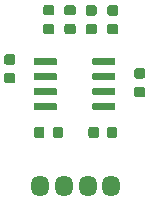
<source format=gbp>
G04 #@! TF.GenerationSoftware,KiCad,Pcbnew,(5.1.2)-1*
G04 #@! TF.CreationDate,2020-01-01T10:54:38+09:00*
G04 #@! TF.ProjectId,converter,636f6e76-6572-4746-9572-2e6b69636164,v1.0*
G04 #@! TF.SameCoordinates,Original*
G04 #@! TF.FileFunction,Paste,Bot*
G04 #@! TF.FilePolarity,Positive*
%FSLAX46Y46*%
G04 Gerber Fmt 4.6, Leading zero omitted, Abs format (unit mm)*
G04 Created by KiCad (PCBNEW (5.1.2)-1) date 2020-01-01 10:54:38*
%MOMM*%
%LPD*%
G04 APERTURE LIST*
%ADD10C,0.100000*%
%ADD11C,0.875000*%
%ADD12C,0.600000*%
%ADD13O,1.524000X1.800000*%
G04 APERTURE END LIST*
D10*
G36*
X102677691Y-138888053D02*
G01*
X102698926Y-138891203D01*
X102719750Y-138896419D01*
X102739962Y-138903651D01*
X102759368Y-138912830D01*
X102777781Y-138923866D01*
X102795024Y-138936654D01*
X102810930Y-138951070D01*
X102825346Y-138966976D01*
X102838134Y-138984219D01*
X102849170Y-139002632D01*
X102858349Y-139022038D01*
X102865581Y-139042250D01*
X102870797Y-139063074D01*
X102873947Y-139084309D01*
X102875000Y-139105750D01*
X102875000Y-139543250D01*
X102873947Y-139564691D01*
X102870797Y-139585926D01*
X102865581Y-139606750D01*
X102858349Y-139626962D01*
X102849170Y-139646368D01*
X102838134Y-139664781D01*
X102825346Y-139682024D01*
X102810930Y-139697930D01*
X102795024Y-139712346D01*
X102777781Y-139725134D01*
X102759368Y-139736170D01*
X102739962Y-139745349D01*
X102719750Y-139752581D01*
X102698926Y-139757797D01*
X102677691Y-139760947D01*
X102656250Y-139762000D01*
X102143750Y-139762000D01*
X102122309Y-139760947D01*
X102101074Y-139757797D01*
X102080250Y-139752581D01*
X102060038Y-139745349D01*
X102040632Y-139736170D01*
X102022219Y-139725134D01*
X102004976Y-139712346D01*
X101989070Y-139697930D01*
X101974654Y-139682024D01*
X101961866Y-139664781D01*
X101950830Y-139646368D01*
X101941651Y-139626962D01*
X101934419Y-139606750D01*
X101929203Y-139585926D01*
X101926053Y-139564691D01*
X101925000Y-139543250D01*
X101925000Y-139105750D01*
X101926053Y-139084309D01*
X101929203Y-139063074D01*
X101934419Y-139042250D01*
X101941651Y-139022038D01*
X101950830Y-139002632D01*
X101961866Y-138984219D01*
X101974654Y-138966976D01*
X101989070Y-138951070D01*
X102004976Y-138936654D01*
X102022219Y-138923866D01*
X102040632Y-138912830D01*
X102060038Y-138903651D01*
X102080250Y-138896419D01*
X102101074Y-138891203D01*
X102122309Y-138888053D01*
X102143750Y-138887000D01*
X102656250Y-138887000D01*
X102677691Y-138888053D01*
X102677691Y-138888053D01*
G37*
D11*
X102400000Y-139324500D03*
D10*
G36*
X102677691Y-140463053D02*
G01*
X102698926Y-140466203D01*
X102719750Y-140471419D01*
X102739962Y-140478651D01*
X102759368Y-140487830D01*
X102777781Y-140498866D01*
X102795024Y-140511654D01*
X102810930Y-140526070D01*
X102825346Y-140541976D01*
X102838134Y-140559219D01*
X102849170Y-140577632D01*
X102858349Y-140597038D01*
X102865581Y-140617250D01*
X102870797Y-140638074D01*
X102873947Y-140659309D01*
X102875000Y-140680750D01*
X102875000Y-141118250D01*
X102873947Y-141139691D01*
X102870797Y-141160926D01*
X102865581Y-141181750D01*
X102858349Y-141201962D01*
X102849170Y-141221368D01*
X102838134Y-141239781D01*
X102825346Y-141257024D01*
X102810930Y-141272930D01*
X102795024Y-141287346D01*
X102777781Y-141300134D01*
X102759368Y-141311170D01*
X102739962Y-141320349D01*
X102719750Y-141327581D01*
X102698926Y-141332797D01*
X102677691Y-141335947D01*
X102656250Y-141337000D01*
X102143750Y-141337000D01*
X102122309Y-141335947D01*
X102101074Y-141332797D01*
X102080250Y-141327581D01*
X102060038Y-141320349D01*
X102040632Y-141311170D01*
X102022219Y-141300134D01*
X102004976Y-141287346D01*
X101989070Y-141272930D01*
X101974654Y-141257024D01*
X101961866Y-141239781D01*
X101950830Y-141221368D01*
X101941651Y-141201962D01*
X101934419Y-141181750D01*
X101929203Y-141160926D01*
X101926053Y-141139691D01*
X101925000Y-141118250D01*
X101925000Y-140680750D01*
X101926053Y-140659309D01*
X101929203Y-140638074D01*
X101934419Y-140617250D01*
X101941651Y-140597038D01*
X101950830Y-140577632D01*
X101961866Y-140559219D01*
X101974654Y-140541976D01*
X101989070Y-140526070D01*
X102004976Y-140511654D01*
X102022219Y-140498866D01*
X102040632Y-140487830D01*
X102060038Y-140478651D01*
X102080250Y-140471419D01*
X102101074Y-140466203D01*
X102122309Y-140463053D01*
X102143750Y-140462000D01*
X102656250Y-140462000D01*
X102677691Y-140463053D01*
X102677691Y-140463053D01*
G37*
D11*
X102400000Y-140899500D03*
D10*
G36*
X113677691Y-141639053D02*
G01*
X113698926Y-141642203D01*
X113719750Y-141647419D01*
X113739962Y-141654651D01*
X113759368Y-141663830D01*
X113777781Y-141674866D01*
X113795024Y-141687654D01*
X113810930Y-141702070D01*
X113825346Y-141717976D01*
X113838134Y-141735219D01*
X113849170Y-141753632D01*
X113858349Y-141773038D01*
X113865581Y-141793250D01*
X113870797Y-141814074D01*
X113873947Y-141835309D01*
X113875000Y-141856750D01*
X113875000Y-142294250D01*
X113873947Y-142315691D01*
X113870797Y-142336926D01*
X113865581Y-142357750D01*
X113858349Y-142377962D01*
X113849170Y-142397368D01*
X113838134Y-142415781D01*
X113825346Y-142433024D01*
X113810930Y-142448930D01*
X113795024Y-142463346D01*
X113777781Y-142476134D01*
X113759368Y-142487170D01*
X113739962Y-142496349D01*
X113719750Y-142503581D01*
X113698926Y-142508797D01*
X113677691Y-142511947D01*
X113656250Y-142513000D01*
X113143750Y-142513000D01*
X113122309Y-142511947D01*
X113101074Y-142508797D01*
X113080250Y-142503581D01*
X113060038Y-142496349D01*
X113040632Y-142487170D01*
X113022219Y-142476134D01*
X113004976Y-142463346D01*
X112989070Y-142448930D01*
X112974654Y-142433024D01*
X112961866Y-142415781D01*
X112950830Y-142397368D01*
X112941651Y-142377962D01*
X112934419Y-142357750D01*
X112929203Y-142336926D01*
X112926053Y-142315691D01*
X112925000Y-142294250D01*
X112925000Y-141856750D01*
X112926053Y-141835309D01*
X112929203Y-141814074D01*
X112934419Y-141793250D01*
X112941651Y-141773038D01*
X112950830Y-141753632D01*
X112961866Y-141735219D01*
X112974654Y-141717976D01*
X112989070Y-141702070D01*
X113004976Y-141687654D01*
X113022219Y-141674866D01*
X113040632Y-141663830D01*
X113060038Y-141654651D01*
X113080250Y-141647419D01*
X113101074Y-141642203D01*
X113122309Y-141639053D01*
X113143750Y-141638000D01*
X113656250Y-141638000D01*
X113677691Y-141639053D01*
X113677691Y-141639053D01*
G37*
D11*
X113400000Y-142075500D03*
D10*
G36*
X113677691Y-140064053D02*
G01*
X113698926Y-140067203D01*
X113719750Y-140072419D01*
X113739962Y-140079651D01*
X113759368Y-140088830D01*
X113777781Y-140099866D01*
X113795024Y-140112654D01*
X113810930Y-140127070D01*
X113825346Y-140142976D01*
X113838134Y-140160219D01*
X113849170Y-140178632D01*
X113858349Y-140198038D01*
X113865581Y-140218250D01*
X113870797Y-140239074D01*
X113873947Y-140260309D01*
X113875000Y-140281750D01*
X113875000Y-140719250D01*
X113873947Y-140740691D01*
X113870797Y-140761926D01*
X113865581Y-140782750D01*
X113858349Y-140802962D01*
X113849170Y-140822368D01*
X113838134Y-140840781D01*
X113825346Y-140858024D01*
X113810930Y-140873930D01*
X113795024Y-140888346D01*
X113777781Y-140901134D01*
X113759368Y-140912170D01*
X113739962Y-140921349D01*
X113719750Y-140928581D01*
X113698926Y-140933797D01*
X113677691Y-140936947D01*
X113656250Y-140938000D01*
X113143750Y-140938000D01*
X113122309Y-140936947D01*
X113101074Y-140933797D01*
X113080250Y-140928581D01*
X113060038Y-140921349D01*
X113040632Y-140912170D01*
X113022219Y-140901134D01*
X113004976Y-140888346D01*
X112989070Y-140873930D01*
X112974654Y-140858024D01*
X112961866Y-140840781D01*
X112950830Y-140822368D01*
X112941651Y-140802962D01*
X112934419Y-140782750D01*
X112929203Y-140761926D01*
X112926053Y-140740691D01*
X112925000Y-140719250D01*
X112925000Y-140281750D01*
X112926053Y-140260309D01*
X112929203Y-140239074D01*
X112934419Y-140218250D01*
X112941651Y-140198038D01*
X112950830Y-140178632D01*
X112961866Y-140160219D01*
X112974654Y-140142976D01*
X112989070Y-140127070D01*
X113004976Y-140112654D01*
X113022219Y-140099866D01*
X113040632Y-140088830D01*
X113060038Y-140079651D01*
X113080250Y-140072419D01*
X113101074Y-140067203D01*
X113122309Y-140064053D01*
X113143750Y-140063000D01*
X113656250Y-140063000D01*
X113677691Y-140064053D01*
X113677691Y-140064053D01*
G37*
D11*
X113400000Y-140500500D03*
D10*
G36*
X111315691Y-145026053D02*
G01*
X111336926Y-145029203D01*
X111357750Y-145034419D01*
X111377962Y-145041651D01*
X111397368Y-145050830D01*
X111415781Y-145061866D01*
X111433024Y-145074654D01*
X111448930Y-145089070D01*
X111463346Y-145104976D01*
X111476134Y-145122219D01*
X111487170Y-145140632D01*
X111496349Y-145160038D01*
X111503581Y-145180250D01*
X111508797Y-145201074D01*
X111511947Y-145222309D01*
X111513000Y-145243750D01*
X111513000Y-145756250D01*
X111511947Y-145777691D01*
X111508797Y-145798926D01*
X111503581Y-145819750D01*
X111496349Y-145839962D01*
X111487170Y-145859368D01*
X111476134Y-145877781D01*
X111463346Y-145895024D01*
X111448930Y-145910930D01*
X111433024Y-145925346D01*
X111415781Y-145938134D01*
X111397368Y-145949170D01*
X111377962Y-145958349D01*
X111357750Y-145965581D01*
X111336926Y-145970797D01*
X111315691Y-145973947D01*
X111294250Y-145975000D01*
X110856750Y-145975000D01*
X110835309Y-145973947D01*
X110814074Y-145970797D01*
X110793250Y-145965581D01*
X110773038Y-145958349D01*
X110753632Y-145949170D01*
X110735219Y-145938134D01*
X110717976Y-145925346D01*
X110702070Y-145910930D01*
X110687654Y-145895024D01*
X110674866Y-145877781D01*
X110663830Y-145859368D01*
X110654651Y-145839962D01*
X110647419Y-145819750D01*
X110642203Y-145798926D01*
X110639053Y-145777691D01*
X110638000Y-145756250D01*
X110638000Y-145243750D01*
X110639053Y-145222309D01*
X110642203Y-145201074D01*
X110647419Y-145180250D01*
X110654651Y-145160038D01*
X110663830Y-145140632D01*
X110674866Y-145122219D01*
X110687654Y-145104976D01*
X110702070Y-145089070D01*
X110717976Y-145074654D01*
X110735219Y-145061866D01*
X110753632Y-145050830D01*
X110773038Y-145041651D01*
X110793250Y-145034419D01*
X110814074Y-145029203D01*
X110835309Y-145026053D01*
X110856750Y-145025000D01*
X111294250Y-145025000D01*
X111315691Y-145026053D01*
X111315691Y-145026053D01*
G37*
D11*
X111075500Y-145500000D03*
D10*
G36*
X109740691Y-145026053D02*
G01*
X109761926Y-145029203D01*
X109782750Y-145034419D01*
X109802962Y-145041651D01*
X109822368Y-145050830D01*
X109840781Y-145061866D01*
X109858024Y-145074654D01*
X109873930Y-145089070D01*
X109888346Y-145104976D01*
X109901134Y-145122219D01*
X109912170Y-145140632D01*
X109921349Y-145160038D01*
X109928581Y-145180250D01*
X109933797Y-145201074D01*
X109936947Y-145222309D01*
X109938000Y-145243750D01*
X109938000Y-145756250D01*
X109936947Y-145777691D01*
X109933797Y-145798926D01*
X109928581Y-145819750D01*
X109921349Y-145839962D01*
X109912170Y-145859368D01*
X109901134Y-145877781D01*
X109888346Y-145895024D01*
X109873930Y-145910930D01*
X109858024Y-145925346D01*
X109840781Y-145938134D01*
X109822368Y-145949170D01*
X109802962Y-145958349D01*
X109782750Y-145965581D01*
X109761926Y-145970797D01*
X109740691Y-145973947D01*
X109719250Y-145975000D01*
X109281750Y-145975000D01*
X109260309Y-145973947D01*
X109239074Y-145970797D01*
X109218250Y-145965581D01*
X109198038Y-145958349D01*
X109178632Y-145949170D01*
X109160219Y-145938134D01*
X109142976Y-145925346D01*
X109127070Y-145910930D01*
X109112654Y-145895024D01*
X109099866Y-145877781D01*
X109088830Y-145859368D01*
X109079651Y-145839962D01*
X109072419Y-145819750D01*
X109067203Y-145798926D01*
X109064053Y-145777691D01*
X109063000Y-145756250D01*
X109063000Y-145243750D01*
X109064053Y-145222309D01*
X109067203Y-145201074D01*
X109072419Y-145180250D01*
X109079651Y-145160038D01*
X109088830Y-145140632D01*
X109099866Y-145122219D01*
X109112654Y-145104976D01*
X109127070Y-145089070D01*
X109142976Y-145074654D01*
X109160219Y-145061866D01*
X109178632Y-145050830D01*
X109198038Y-145041651D01*
X109218250Y-145034419D01*
X109239074Y-145029203D01*
X109260309Y-145026053D01*
X109281750Y-145025000D01*
X109719250Y-145025000D01*
X109740691Y-145026053D01*
X109740691Y-145026053D01*
G37*
D11*
X109500500Y-145500000D03*
D10*
G36*
X105140691Y-145026053D02*
G01*
X105161926Y-145029203D01*
X105182750Y-145034419D01*
X105202962Y-145041651D01*
X105222368Y-145050830D01*
X105240781Y-145061866D01*
X105258024Y-145074654D01*
X105273930Y-145089070D01*
X105288346Y-145104976D01*
X105301134Y-145122219D01*
X105312170Y-145140632D01*
X105321349Y-145160038D01*
X105328581Y-145180250D01*
X105333797Y-145201074D01*
X105336947Y-145222309D01*
X105338000Y-145243750D01*
X105338000Y-145756250D01*
X105336947Y-145777691D01*
X105333797Y-145798926D01*
X105328581Y-145819750D01*
X105321349Y-145839962D01*
X105312170Y-145859368D01*
X105301134Y-145877781D01*
X105288346Y-145895024D01*
X105273930Y-145910930D01*
X105258024Y-145925346D01*
X105240781Y-145938134D01*
X105222368Y-145949170D01*
X105202962Y-145958349D01*
X105182750Y-145965581D01*
X105161926Y-145970797D01*
X105140691Y-145973947D01*
X105119250Y-145975000D01*
X104681750Y-145975000D01*
X104660309Y-145973947D01*
X104639074Y-145970797D01*
X104618250Y-145965581D01*
X104598038Y-145958349D01*
X104578632Y-145949170D01*
X104560219Y-145938134D01*
X104542976Y-145925346D01*
X104527070Y-145910930D01*
X104512654Y-145895024D01*
X104499866Y-145877781D01*
X104488830Y-145859368D01*
X104479651Y-145839962D01*
X104472419Y-145819750D01*
X104467203Y-145798926D01*
X104464053Y-145777691D01*
X104463000Y-145756250D01*
X104463000Y-145243750D01*
X104464053Y-145222309D01*
X104467203Y-145201074D01*
X104472419Y-145180250D01*
X104479651Y-145160038D01*
X104488830Y-145140632D01*
X104499866Y-145122219D01*
X104512654Y-145104976D01*
X104527070Y-145089070D01*
X104542976Y-145074654D01*
X104560219Y-145061866D01*
X104578632Y-145050830D01*
X104598038Y-145041651D01*
X104618250Y-145034419D01*
X104639074Y-145029203D01*
X104660309Y-145026053D01*
X104681750Y-145025000D01*
X105119250Y-145025000D01*
X105140691Y-145026053D01*
X105140691Y-145026053D01*
G37*
D11*
X104900500Y-145500000D03*
D10*
G36*
X106715691Y-145026053D02*
G01*
X106736926Y-145029203D01*
X106757750Y-145034419D01*
X106777962Y-145041651D01*
X106797368Y-145050830D01*
X106815781Y-145061866D01*
X106833024Y-145074654D01*
X106848930Y-145089070D01*
X106863346Y-145104976D01*
X106876134Y-145122219D01*
X106887170Y-145140632D01*
X106896349Y-145160038D01*
X106903581Y-145180250D01*
X106908797Y-145201074D01*
X106911947Y-145222309D01*
X106913000Y-145243750D01*
X106913000Y-145756250D01*
X106911947Y-145777691D01*
X106908797Y-145798926D01*
X106903581Y-145819750D01*
X106896349Y-145839962D01*
X106887170Y-145859368D01*
X106876134Y-145877781D01*
X106863346Y-145895024D01*
X106848930Y-145910930D01*
X106833024Y-145925346D01*
X106815781Y-145938134D01*
X106797368Y-145949170D01*
X106777962Y-145958349D01*
X106757750Y-145965581D01*
X106736926Y-145970797D01*
X106715691Y-145973947D01*
X106694250Y-145975000D01*
X106256750Y-145975000D01*
X106235309Y-145973947D01*
X106214074Y-145970797D01*
X106193250Y-145965581D01*
X106173038Y-145958349D01*
X106153632Y-145949170D01*
X106135219Y-145938134D01*
X106117976Y-145925346D01*
X106102070Y-145910930D01*
X106087654Y-145895024D01*
X106074866Y-145877781D01*
X106063830Y-145859368D01*
X106054651Y-145839962D01*
X106047419Y-145819750D01*
X106042203Y-145798926D01*
X106039053Y-145777691D01*
X106038000Y-145756250D01*
X106038000Y-145243750D01*
X106039053Y-145222309D01*
X106042203Y-145201074D01*
X106047419Y-145180250D01*
X106054651Y-145160038D01*
X106063830Y-145140632D01*
X106074866Y-145122219D01*
X106087654Y-145104976D01*
X106102070Y-145089070D01*
X106117976Y-145074654D01*
X106135219Y-145061866D01*
X106153632Y-145050830D01*
X106173038Y-145041651D01*
X106193250Y-145034419D01*
X106214074Y-145029203D01*
X106235309Y-145026053D01*
X106256750Y-145025000D01*
X106694250Y-145025000D01*
X106715691Y-145026053D01*
X106715691Y-145026053D01*
G37*
D11*
X106475500Y-145500000D03*
D10*
G36*
X109577691Y-134738053D02*
G01*
X109598926Y-134741203D01*
X109619750Y-134746419D01*
X109639962Y-134753651D01*
X109659368Y-134762830D01*
X109677781Y-134773866D01*
X109695024Y-134786654D01*
X109710930Y-134801070D01*
X109725346Y-134816976D01*
X109738134Y-134834219D01*
X109749170Y-134852632D01*
X109758349Y-134872038D01*
X109765581Y-134892250D01*
X109770797Y-134913074D01*
X109773947Y-134934309D01*
X109775000Y-134955750D01*
X109775000Y-135393250D01*
X109773947Y-135414691D01*
X109770797Y-135435926D01*
X109765581Y-135456750D01*
X109758349Y-135476962D01*
X109749170Y-135496368D01*
X109738134Y-135514781D01*
X109725346Y-135532024D01*
X109710930Y-135547930D01*
X109695024Y-135562346D01*
X109677781Y-135575134D01*
X109659368Y-135586170D01*
X109639962Y-135595349D01*
X109619750Y-135602581D01*
X109598926Y-135607797D01*
X109577691Y-135610947D01*
X109556250Y-135612000D01*
X109043750Y-135612000D01*
X109022309Y-135610947D01*
X109001074Y-135607797D01*
X108980250Y-135602581D01*
X108960038Y-135595349D01*
X108940632Y-135586170D01*
X108922219Y-135575134D01*
X108904976Y-135562346D01*
X108889070Y-135547930D01*
X108874654Y-135532024D01*
X108861866Y-135514781D01*
X108850830Y-135496368D01*
X108841651Y-135476962D01*
X108834419Y-135456750D01*
X108829203Y-135435926D01*
X108826053Y-135414691D01*
X108825000Y-135393250D01*
X108825000Y-134955750D01*
X108826053Y-134934309D01*
X108829203Y-134913074D01*
X108834419Y-134892250D01*
X108841651Y-134872038D01*
X108850830Y-134852632D01*
X108861866Y-134834219D01*
X108874654Y-134816976D01*
X108889070Y-134801070D01*
X108904976Y-134786654D01*
X108922219Y-134773866D01*
X108940632Y-134762830D01*
X108960038Y-134753651D01*
X108980250Y-134746419D01*
X109001074Y-134741203D01*
X109022309Y-134738053D01*
X109043750Y-134737000D01*
X109556250Y-134737000D01*
X109577691Y-134738053D01*
X109577691Y-134738053D01*
G37*
D11*
X109300000Y-135174500D03*
D10*
G36*
X109577691Y-136313053D02*
G01*
X109598926Y-136316203D01*
X109619750Y-136321419D01*
X109639962Y-136328651D01*
X109659368Y-136337830D01*
X109677781Y-136348866D01*
X109695024Y-136361654D01*
X109710930Y-136376070D01*
X109725346Y-136391976D01*
X109738134Y-136409219D01*
X109749170Y-136427632D01*
X109758349Y-136447038D01*
X109765581Y-136467250D01*
X109770797Y-136488074D01*
X109773947Y-136509309D01*
X109775000Y-136530750D01*
X109775000Y-136968250D01*
X109773947Y-136989691D01*
X109770797Y-137010926D01*
X109765581Y-137031750D01*
X109758349Y-137051962D01*
X109749170Y-137071368D01*
X109738134Y-137089781D01*
X109725346Y-137107024D01*
X109710930Y-137122930D01*
X109695024Y-137137346D01*
X109677781Y-137150134D01*
X109659368Y-137161170D01*
X109639962Y-137170349D01*
X109619750Y-137177581D01*
X109598926Y-137182797D01*
X109577691Y-137185947D01*
X109556250Y-137187000D01*
X109043750Y-137187000D01*
X109022309Y-137185947D01*
X109001074Y-137182797D01*
X108980250Y-137177581D01*
X108960038Y-137170349D01*
X108940632Y-137161170D01*
X108922219Y-137150134D01*
X108904976Y-137137346D01*
X108889070Y-137122930D01*
X108874654Y-137107024D01*
X108861866Y-137089781D01*
X108850830Y-137071368D01*
X108841651Y-137051962D01*
X108834419Y-137031750D01*
X108829203Y-137010926D01*
X108826053Y-136989691D01*
X108825000Y-136968250D01*
X108825000Y-136530750D01*
X108826053Y-136509309D01*
X108829203Y-136488074D01*
X108834419Y-136467250D01*
X108841651Y-136447038D01*
X108850830Y-136427632D01*
X108861866Y-136409219D01*
X108874654Y-136391976D01*
X108889070Y-136376070D01*
X108904976Y-136361654D01*
X108922219Y-136348866D01*
X108940632Y-136337830D01*
X108960038Y-136328651D01*
X108980250Y-136321419D01*
X109001074Y-136316203D01*
X109022309Y-136313053D01*
X109043750Y-136312000D01*
X109556250Y-136312000D01*
X109577691Y-136313053D01*
X109577691Y-136313053D01*
G37*
D11*
X109300000Y-136749500D03*
D10*
G36*
X105977691Y-136301053D02*
G01*
X105998926Y-136304203D01*
X106019750Y-136309419D01*
X106039962Y-136316651D01*
X106059368Y-136325830D01*
X106077781Y-136336866D01*
X106095024Y-136349654D01*
X106110930Y-136364070D01*
X106125346Y-136379976D01*
X106138134Y-136397219D01*
X106149170Y-136415632D01*
X106158349Y-136435038D01*
X106165581Y-136455250D01*
X106170797Y-136476074D01*
X106173947Y-136497309D01*
X106175000Y-136518750D01*
X106175000Y-136956250D01*
X106173947Y-136977691D01*
X106170797Y-136998926D01*
X106165581Y-137019750D01*
X106158349Y-137039962D01*
X106149170Y-137059368D01*
X106138134Y-137077781D01*
X106125346Y-137095024D01*
X106110930Y-137110930D01*
X106095024Y-137125346D01*
X106077781Y-137138134D01*
X106059368Y-137149170D01*
X106039962Y-137158349D01*
X106019750Y-137165581D01*
X105998926Y-137170797D01*
X105977691Y-137173947D01*
X105956250Y-137175000D01*
X105443750Y-137175000D01*
X105422309Y-137173947D01*
X105401074Y-137170797D01*
X105380250Y-137165581D01*
X105360038Y-137158349D01*
X105340632Y-137149170D01*
X105322219Y-137138134D01*
X105304976Y-137125346D01*
X105289070Y-137110930D01*
X105274654Y-137095024D01*
X105261866Y-137077781D01*
X105250830Y-137059368D01*
X105241651Y-137039962D01*
X105234419Y-137019750D01*
X105229203Y-136998926D01*
X105226053Y-136977691D01*
X105225000Y-136956250D01*
X105225000Y-136518750D01*
X105226053Y-136497309D01*
X105229203Y-136476074D01*
X105234419Y-136455250D01*
X105241651Y-136435038D01*
X105250830Y-136415632D01*
X105261866Y-136397219D01*
X105274654Y-136379976D01*
X105289070Y-136364070D01*
X105304976Y-136349654D01*
X105322219Y-136336866D01*
X105340632Y-136325830D01*
X105360038Y-136316651D01*
X105380250Y-136309419D01*
X105401074Y-136304203D01*
X105422309Y-136301053D01*
X105443750Y-136300000D01*
X105956250Y-136300000D01*
X105977691Y-136301053D01*
X105977691Y-136301053D01*
G37*
D11*
X105700000Y-136737500D03*
D10*
G36*
X105977691Y-134726053D02*
G01*
X105998926Y-134729203D01*
X106019750Y-134734419D01*
X106039962Y-134741651D01*
X106059368Y-134750830D01*
X106077781Y-134761866D01*
X106095024Y-134774654D01*
X106110930Y-134789070D01*
X106125346Y-134804976D01*
X106138134Y-134822219D01*
X106149170Y-134840632D01*
X106158349Y-134860038D01*
X106165581Y-134880250D01*
X106170797Y-134901074D01*
X106173947Y-134922309D01*
X106175000Y-134943750D01*
X106175000Y-135381250D01*
X106173947Y-135402691D01*
X106170797Y-135423926D01*
X106165581Y-135444750D01*
X106158349Y-135464962D01*
X106149170Y-135484368D01*
X106138134Y-135502781D01*
X106125346Y-135520024D01*
X106110930Y-135535930D01*
X106095024Y-135550346D01*
X106077781Y-135563134D01*
X106059368Y-135574170D01*
X106039962Y-135583349D01*
X106019750Y-135590581D01*
X105998926Y-135595797D01*
X105977691Y-135598947D01*
X105956250Y-135600000D01*
X105443750Y-135600000D01*
X105422309Y-135598947D01*
X105401074Y-135595797D01*
X105380250Y-135590581D01*
X105360038Y-135583349D01*
X105340632Y-135574170D01*
X105322219Y-135563134D01*
X105304976Y-135550346D01*
X105289070Y-135535930D01*
X105274654Y-135520024D01*
X105261866Y-135502781D01*
X105250830Y-135484368D01*
X105241651Y-135464962D01*
X105234419Y-135444750D01*
X105229203Y-135423926D01*
X105226053Y-135402691D01*
X105225000Y-135381250D01*
X105225000Y-134943750D01*
X105226053Y-134922309D01*
X105229203Y-134901074D01*
X105234419Y-134880250D01*
X105241651Y-134860038D01*
X105250830Y-134840632D01*
X105261866Y-134822219D01*
X105274654Y-134804976D01*
X105289070Y-134789070D01*
X105304976Y-134774654D01*
X105322219Y-134761866D01*
X105340632Y-134750830D01*
X105360038Y-134741651D01*
X105380250Y-134734419D01*
X105401074Y-134729203D01*
X105422309Y-134726053D01*
X105443750Y-134725000D01*
X105956250Y-134725000D01*
X105977691Y-134726053D01*
X105977691Y-134726053D01*
G37*
D11*
X105700000Y-135162500D03*
D10*
G36*
X107777691Y-134726053D02*
G01*
X107798926Y-134729203D01*
X107819750Y-134734419D01*
X107839962Y-134741651D01*
X107859368Y-134750830D01*
X107877781Y-134761866D01*
X107895024Y-134774654D01*
X107910930Y-134789070D01*
X107925346Y-134804976D01*
X107938134Y-134822219D01*
X107949170Y-134840632D01*
X107958349Y-134860038D01*
X107965581Y-134880250D01*
X107970797Y-134901074D01*
X107973947Y-134922309D01*
X107975000Y-134943750D01*
X107975000Y-135381250D01*
X107973947Y-135402691D01*
X107970797Y-135423926D01*
X107965581Y-135444750D01*
X107958349Y-135464962D01*
X107949170Y-135484368D01*
X107938134Y-135502781D01*
X107925346Y-135520024D01*
X107910930Y-135535930D01*
X107895024Y-135550346D01*
X107877781Y-135563134D01*
X107859368Y-135574170D01*
X107839962Y-135583349D01*
X107819750Y-135590581D01*
X107798926Y-135595797D01*
X107777691Y-135598947D01*
X107756250Y-135600000D01*
X107243750Y-135600000D01*
X107222309Y-135598947D01*
X107201074Y-135595797D01*
X107180250Y-135590581D01*
X107160038Y-135583349D01*
X107140632Y-135574170D01*
X107122219Y-135563134D01*
X107104976Y-135550346D01*
X107089070Y-135535930D01*
X107074654Y-135520024D01*
X107061866Y-135502781D01*
X107050830Y-135484368D01*
X107041651Y-135464962D01*
X107034419Y-135444750D01*
X107029203Y-135423926D01*
X107026053Y-135402691D01*
X107025000Y-135381250D01*
X107025000Y-134943750D01*
X107026053Y-134922309D01*
X107029203Y-134901074D01*
X107034419Y-134880250D01*
X107041651Y-134860038D01*
X107050830Y-134840632D01*
X107061866Y-134822219D01*
X107074654Y-134804976D01*
X107089070Y-134789070D01*
X107104976Y-134774654D01*
X107122219Y-134761866D01*
X107140632Y-134750830D01*
X107160038Y-134741651D01*
X107180250Y-134734419D01*
X107201074Y-134729203D01*
X107222309Y-134726053D01*
X107243750Y-134725000D01*
X107756250Y-134725000D01*
X107777691Y-134726053D01*
X107777691Y-134726053D01*
G37*
D11*
X107500000Y-135162500D03*
D10*
G36*
X107777691Y-136301053D02*
G01*
X107798926Y-136304203D01*
X107819750Y-136309419D01*
X107839962Y-136316651D01*
X107859368Y-136325830D01*
X107877781Y-136336866D01*
X107895024Y-136349654D01*
X107910930Y-136364070D01*
X107925346Y-136379976D01*
X107938134Y-136397219D01*
X107949170Y-136415632D01*
X107958349Y-136435038D01*
X107965581Y-136455250D01*
X107970797Y-136476074D01*
X107973947Y-136497309D01*
X107975000Y-136518750D01*
X107975000Y-136956250D01*
X107973947Y-136977691D01*
X107970797Y-136998926D01*
X107965581Y-137019750D01*
X107958349Y-137039962D01*
X107949170Y-137059368D01*
X107938134Y-137077781D01*
X107925346Y-137095024D01*
X107910930Y-137110930D01*
X107895024Y-137125346D01*
X107877781Y-137138134D01*
X107859368Y-137149170D01*
X107839962Y-137158349D01*
X107819750Y-137165581D01*
X107798926Y-137170797D01*
X107777691Y-137173947D01*
X107756250Y-137175000D01*
X107243750Y-137175000D01*
X107222309Y-137173947D01*
X107201074Y-137170797D01*
X107180250Y-137165581D01*
X107160038Y-137158349D01*
X107140632Y-137149170D01*
X107122219Y-137138134D01*
X107104976Y-137125346D01*
X107089070Y-137110930D01*
X107074654Y-137095024D01*
X107061866Y-137077781D01*
X107050830Y-137059368D01*
X107041651Y-137039962D01*
X107034419Y-137019750D01*
X107029203Y-136998926D01*
X107026053Y-136977691D01*
X107025000Y-136956250D01*
X107025000Y-136518750D01*
X107026053Y-136497309D01*
X107029203Y-136476074D01*
X107034419Y-136455250D01*
X107041651Y-136435038D01*
X107050830Y-136415632D01*
X107061866Y-136397219D01*
X107074654Y-136379976D01*
X107089070Y-136364070D01*
X107104976Y-136349654D01*
X107122219Y-136336866D01*
X107140632Y-136325830D01*
X107160038Y-136316651D01*
X107180250Y-136309419D01*
X107201074Y-136304203D01*
X107222309Y-136301053D01*
X107243750Y-136300000D01*
X107756250Y-136300000D01*
X107777691Y-136301053D01*
X107777691Y-136301053D01*
G37*
D11*
X107500000Y-136737500D03*
D10*
G36*
X106264703Y-143005722D02*
G01*
X106279264Y-143007882D01*
X106293543Y-143011459D01*
X106307403Y-143016418D01*
X106320710Y-143022712D01*
X106333336Y-143030280D01*
X106345159Y-143039048D01*
X106356066Y-143048934D01*
X106365952Y-143059841D01*
X106374720Y-143071664D01*
X106382288Y-143084290D01*
X106388582Y-143097597D01*
X106393541Y-143111457D01*
X106397118Y-143125736D01*
X106399278Y-143140297D01*
X106400000Y-143155000D01*
X106400000Y-143455000D01*
X106399278Y-143469703D01*
X106397118Y-143484264D01*
X106393541Y-143498543D01*
X106388582Y-143512403D01*
X106382288Y-143525710D01*
X106374720Y-143538336D01*
X106365952Y-143550159D01*
X106356066Y-143561066D01*
X106345159Y-143570952D01*
X106333336Y-143579720D01*
X106320710Y-143587288D01*
X106307403Y-143593582D01*
X106293543Y-143598541D01*
X106279264Y-143602118D01*
X106264703Y-143604278D01*
X106250000Y-143605000D01*
X104600000Y-143605000D01*
X104585297Y-143604278D01*
X104570736Y-143602118D01*
X104556457Y-143598541D01*
X104542597Y-143593582D01*
X104529290Y-143587288D01*
X104516664Y-143579720D01*
X104504841Y-143570952D01*
X104493934Y-143561066D01*
X104484048Y-143550159D01*
X104475280Y-143538336D01*
X104467712Y-143525710D01*
X104461418Y-143512403D01*
X104456459Y-143498543D01*
X104452882Y-143484264D01*
X104450722Y-143469703D01*
X104450000Y-143455000D01*
X104450000Y-143155000D01*
X104450722Y-143140297D01*
X104452882Y-143125736D01*
X104456459Y-143111457D01*
X104461418Y-143097597D01*
X104467712Y-143084290D01*
X104475280Y-143071664D01*
X104484048Y-143059841D01*
X104493934Y-143048934D01*
X104504841Y-143039048D01*
X104516664Y-143030280D01*
X104529290Y-143022712D01*
X104542597Y-143016418D01*
X104556457Y-143011459D01*
X104570736Y-143007882D01*
X104585297Y-143005722D01*
X104600000Y-143005000D01*
X106250000Y-143005000D01*
X106264703Y-143005722D01*
X106264703Y-143005722D01*
G37*
D12*
X105425000Y-143305000D03*
D10*
G36*
X106264703Y-141735722D02*
G01*
X106279264Y-141737882D01*
X106293543Y-141741459D01*
X106307403Y-141746418D01*
X106320710Y-141752712D01*
X106333336Y-141760280D01*
X106345159Y-141769048D01*
X106356066Y-141778934D01*
X106365952Y-141789841D01*
X106374720Y-141801664D01*
X106382288Y-141814290D01*
X106388582Y-141827597D01*
X106393541Y-141841457D01*
X106397118Y-141855736D01*
X106399278Y-141870297D01*
X106400000Y-141885000D01*
X106400000Y-142185000D01*
X106399278Y-142199703D01*
X106397118Y-142214264D01*
X106393541Y-142228543D01*
X106388582Y-142242403D01*
X106382288Y-142255710D01*
X106374720Y-142268336D01*
X106365952Y-142280159D01*
X106356066Y-142291066D01*
X106345159Y-142300952D01*
X106333336Y-142309720D01*
X106320710Y-142317288D01*
X106307403Y-142323582D01*
X106293543Y-142328541D01*
X106279264Y-142332118D01*
X106264703Y-142334278D01*
X106250000Y-142335000D01*
X104600000Y-142335000D01*
X104585297Y-142334278D01*
X104570736Y-142332118D01*
X104556457Y-142328541D01*
X104542597Y-142323582D01*
X104529290Y-142317288D01*
X104516664Y-142309720D01*
X104504841Y-142300952D01*
X104493934Y-142291066D01*
X104484048Y-142280159D01*
X104475280Y-142268336D01*
X104467712Y-142255710D01*
X104461418Y-142242403D01*
X104456459Y-142228543D01*
X104452882Y-142214264D01*
X104450722Y-142199703D01*
X104450000Y-142185000D01*
X104450000Y-141885000D01*
X104450722Y-141870297D01*
X104452882Y-141855736D01*
X104456459Y-141841457D01*
X104461418Y-141827597D01*
X104467712Y-141814290D01*
X104475280Y-141801664D01*
X104484048Y-141789841D01*
X104493934Y-141778934D01*
X104504841Y-141769048D01*
X104516664Y-141760280D01*
X104529290Y-141752712D01*
X104542597Y-141746418D01*
X104556457Y-141741459D01*
X104570736Y-141737882D01*
X104585297Y-141735722D01*
X104600000Y-141735000D01*
X106250000Y-141735000D01*
X106264703Y-141735722D01*
X106264703Y-141735722D01*
G37*
D12*
X105425000Y-142035000D03*
D10*
G36*
X106264703Y-140465722D02*
G01*
X106279264Y-140467882D01*
X106293543Y-140471459D01*
X106307403Y-140476418D01*
X106320710Y-140482712D01*
X106333336Y-140490280D01*
X106345159Y-140499048D01*
X106356066Y-140508934D01*
X106365952Y-140519841D01*
X106374720Y-140531664D01*
X106382288Y-140544290D01*
X106388582Y-140557597D01*
X106393541Y-140571457D01*
X106397118Y-140585736D01*
X106399278Y-140600297D01*
X106400000Y-140615000D01*
X106400000Y-140915000D01*
X106399278Y-140929703D01*
X106397118Y-140944264D01*
X106393541Y-140958543D01*
X106388582Y-140972403D01*
X106382288Y-140985710D01*
X106374720Y-140998336D01*
X106365952Y-141010159D01*
X106356066Y-141021066D01*
X106345159Y-141030952D01*
X106333336Y-141039720D01*
X106320710Y-141047288D01*
X106307403Y-141053582D01*
X106293543Y-141058541D01*
X106279264Y-141062118D01*
X106264703Y-141064278D01*
X106250000Y-141065000D01*
X104600000Y-141065000D01*
X104585297Y-141064278D01*
X104570736Y-141062118D01*
X104556457Y-141058541D01*
X104542597Y-141053582D01*
X104529290Y-141047288D01*
X104516664Y-141039720D01*
X104504841Y-141030952D01*
X104493934Y-141021066D01*
X104484048Y-141010159D01*
X104475280Y-140998336D01*
X104467712Y-140985710D01*
X104461418Y-140972403D01*
X104456459Y-140958543D01*
X104452882Y-140944264D01*
X104450722Y-140929703D01*
X104450000Y-140915000D01*
X104450000Y-140615000D01*
X104450722Y-140600297D01*
X104452882Y-140585736D01*
X104456459Y-140571457D01*
X104461418Y-140557597D01*
X104467712Y-140544290D01*
X104475280Y-140531664D01*
X104484048Y-140519841D01*
X104493934Y-140508934D01*
X104504841Y-140499048D01*
X104516664Y-140490280D01*
X104529290Y-140482712D01*
X104542597Y-140476418D01*
X104556457Y-140471459D01*
X104570736Y-140467882D01*
X104585297Y-140465722D01*
X104600000Y-140465000D01*
X106250000Y-140465000D01*
X106264703Y-140465722D01*
X106264703Y-140465722D01*
G37*
D12*
X105425000Y-140765000D03*
D10*
G36*
X106264703Y-139195722D02*
G01*
X106279264Y-139197882D01*
X106293543Y-139201459D01*
X106307403Y-139206418D01*
X106320710Y-139212712D01*
X106333336Y-139220280D01*
X106345159Y-139229048D01*
X106356066Y-139238934D01*
X106365952Y-139249841D01*
X106374720Y-139261664D01*
X106382288Y-139274290D01*
X106388582Y-139287597D01*
X106393541Y-139301457D01*
X106397118Y-139315736D01*
X106399278Y-139330297D01*
X106400000Y-139345000D01*
X106400000Y-139645000D01*
X106399278Y-139659703D01*
X106397118Y-139674264D01*
X106393541Y-139688543D01*
X106388582Y-139702403D01*
X106382288Y-139715710D01*
X106374720Y-139728336D01*
X106365952Y-139740159D01*
X106356066Y-139751066D01*
X106345159Y-139760952D01*
X106333336Y-139769720D01*
X106320710Y-139777288D01*
X106307403Y-139783582D01*
X106293543Y-139788541D01*
X106279264Y-139792118D01*
X106264703Y-139794278D01*
X106250000Y-139795000D01*
X104600000Y-139795000D01*
X104585297Y-139794278D01*
X104570736Y-139792118D01*
X104556457Y-139788541D01*
X104542597Y-139783582D01*
X104529290Y-139777288D01*
X104516664Y-139769720D01*
X104504841Y-139760952D01*
X104493934Y-139751066D01*
X104484048Y-139740159D01*
X104475280Y-139728336D01*
X104467712Y-139715710D01*
X104461418Y-139702403D01*
X104456459Y-139688543D01*
X104452882Y-139674264D01*
X104450722Y-139659703D01*
X104450000Y-139645000D01*
X104450000Y-139345000D01*
X104450722Y-139330297D01*
X104452882Y-139315736D01*
X104456459Y-139301457D01*
X104461418Y-139287597D01*
X104467712Y-139274290D01*
X104475280Y-139261664D01*
X104484048Y-139249841D01*
X104493934Y-139238934D01*
X104504841Y-139229048D01*
X104516664Y-139220280D01*
X104529290Y-139212712D01*
X104542597Y-139206418D01*
X104556457Y-139201459D01*
X104570736Y-139197882D01*
X104585297Y-139195722D01*
X104600000Y-139195000D01*
X106250000Y-139195000D01*
X106264703Y-139195722D01*
X106264703Y-139195722D01*
G37*
D12*
X105425000Y-139495000D03*
D10*
G36*
X111214703Y-139195722D02*
G01*
X111229264Y-139197882D01*
X111243543Y-139201459D01*
X111257403Y-139206418D01*
X111270710Y-139212712D01*
X111283336Y-139220280D01*
X111295159Y-139229048D01*
X111306066Y-139238934D01*
X111315952Y-139249841D01*
X111324720Y-139261664D01*
X111332288Y-139274290D01*
X111338582Y-139287597D01*
X111343541Y-139301457D01*
X111347118Y-139315736D01*
X111349278Y-139330297D01*
X111350000Y-139345000D01*
X111350000Y-139645000D01*
X111349278Y-139659703D01*
X111347118Y-139674264D01*
X111343541Y-139688543D01*
X111338582Y-139702403D01*
X111332288Y-139715710D01*
X111324720Y-139728336D01*
X111315952Y-139740159D01*
X111306066Y-139751066D01*
X111295159Y-139760952D01*
X111283336Y-139769720D01*
X111270710Y-139777288D01*
X111257403Y-139783582D01*
X111243543Y-139788541D01*
X111229264Y-139792118D01*
X111214703Y-139794278D01*
X111200000Y-139795000D01*
X109550000Y-139795000D01*
X109535297Y-139794278D01*
X109520736Y-139792118D01*
X109506457Y-139788541D01*
X109492597Y-139783582D01*
X109479290Y-139777288D01*
X109466664Y-139769720D01*
X109454841Y-139760952D01*
X109443934Y-139751066D01*
X109434048Y-139740159D01*
X109425280Y-139728336D01*
X109417712Y-139715710D01*
X109411418Y-139702403D01*
X109406459Y-139688543D01*
X109402882Y-139674264D01*
X109400722Y-139659703D01*
X109400000Y-139645000D01*
X109400000Y-139345000D01*
X109400722Y-139330297D01*
X109402882Y-139315736D01*
X109406459Y-139301457D01*
X109411418Y-139287597D01*
X109417712Y-139274290D01*
X109425280Y-139261664D01*
X109434048Y-139249841D01*
X109443934Y-139238934D01*
X109454841Y-139229048D01*
X109466664Y-139220280D01*
X109479290Y-139212712D01*
X109492597Y-139206418D01*
X109506457Y-139201459D01*
X109520736Y-139197882D01*
X109535297Y-139195722D01*
X109550000Y-139195000D01*
X111200000Y-139195000D01*
X111214703Y-139195722D01*
X111214703Y-139195722D01*
G37*
D12*
X110375000Y-139495000D03*
D10*
G36*
X111214703Y-140465722D02*
G01*
X111229264Y-140467882D01*
X111243543Y-140471459D01*
X111257403Y-140476418D01*
X111270710Y-140482712D01*
X111283336Y-140490280D01*
X111295159Y-140499048D01*
X111306066Y-140508934D01*
X111315952Y-140519841D01*
X111324720Y-140531664D01*
X111332288Y-140544290D01*
X111338582Y-140557597D01*
X111343541Y-140571457D01*
X111347118Y-140585736D01*
X111349278Y-140600297D01*
X111350000Y-140615000D01*
X111350000Y-140915000D01*
X111349278Y-140929703D01*
X111347118Y-140944264D01*
X111343541Y-140958543D01*
X111338582Y-140972403D01*
X111332288Y-140985710D01*
X111324720Y-140998336D01*
X111315952Y-141010159D01*
X111306066Y-141021066D01*
X111295159Y-141030952D01*
X111283336Y-141039720D01*
X111270710Y-141047288D01*
X111257403Y-141053582D01*
X111243543Y-141058541D01*
X111229264Y-141062118D01*
X111214703Y-141064278D01*
X111200000Y-141065000D01*
X109550000Y-141065000D01*
X109535297Y-141064278D01*
X109520736Y-141062118D01*
X109506457Y-141058541D01*
X109492597Y-141053582D01*
X109479290Y-141047288D01*
X109466664Y-141039720D01*
X109454841Y-141030952D01*
X109443934Y-141021066D01*
X109434048Y-141010159D01*
X109425280Y-140998336D01*
X109417712Y-140985710D01*
X109411418Y-140972403D01*
X109406459Y-140958543D01*
X109402882Y-140944264D01*
X109400722Y-140929703D01*
X109400000Y-140915000D01*
X109400000Y-140615000D01*
X109400722Y-140600297D01*
X109402882Y-140585736D01*
X109406459Y-140571457D01*
X109411418Y-140557597D01*
X109417712Y-140544290D01*
X109425280Y-140531664D01*
X109434048Y-140519841D01*
X109443934Y-140508934D01*
X109454841Y-140499048D01*
X109466664Y-140490280D01*
X109479290Y-140482712D01*
X109492597Y-140476418D01*
X109506457Y-140471459D01*
X109520736Y-140467882D01*
X109535297Y-140465722D01*
X109550000Y-140465000D01*
X111200000Y-140465000D01*
X111214703Y-140465722D01*
X111214703Y-140465722D01*
G37*
D12*
X110375000Y-140765000D03*
D10*
G36*
X111214703Y-141735722D02*
G01*
X111229264Y-141737882D01*
X111243543Y-141741459D01*
X111257403Y-141746418D01*
X111270710Y-141752712D01*
X111283336Y-141760280D01*
X111295159Y-141769048D01*
X111306066Y-141778934D01*
X111315952Y-141789841D01*
X111324720Y-141801664D01*
X111332288Y-141814290D01*
X111338582Y-141827597D01*
X111343541Y-141841457D01*
X111347118Y-141855736D01*
X111349278Y-141870297D01*
X111350000Y-141885000D01*
X111350000Y-142185000D01*
X111349278Y-142199703D01*
X111347118Y-142214264D01*
X111343541Y-142228543D01*
X111338582Y-142242403D01*
X111332288Y-142255710D01*
X111324720Y-142268336D01*
X111315952Y-142280159D01*
X111306066Y-142291066D01*
X111295159Y-142300952D01*
X111283336Y-142309720D01*
X111270710Y-142317288D01*
X111257403Y-142323582D01*
X111243543Y-142328541D01*
X111229264Y-142332118D01*
X111214703Y-142334278D01*
X111200000Y-142335000D01*
X109550000Y-142335000D01*
X109535297Y-142334278D01*
X109520736Y-142332118D01*
X109506457Y-142328541D01*
X109492597Y-142323582D01*
X109479290Y-142317288D01*
X109466664Y-142309720D01*
X109454841Y-142300952D01*
X109443934Y-142291066D01*
X109434048Y-142280159D01*
X109425280Y-142268336D01*
X109417712Y-142255710D01*
X109411418Y-142242403D01*
X109406459Y-142228543D01*
X109402882Y-142214264D01*
X109400722Y-142199703D01*
X109400000Y-142185000D01*
X109400000Y-141885000D01*
X109400722Y-141870297D01*
X109402882Y-141855736D01*
X109406459Y-141841457D01*
X109411418Y-141827597D01*
X109417712Y-141814290D01*
X109425280Y-141801664D01*
X109434048Y-141789841D01*
X109443934Y-141778934D01*
X109454841Y-141769048D01*
X109466664Y-141760280D01*
X109479290Y-141752712D01*
X109492597Y-141746418D01*
X109506457Y-141741459D01*
X109520736Y-141737882D01*
X109535297Y-141735722D01*
X109550000Y-141735000D01*
X111200000Y-141735000D01*
X111214703Y-141735722D01*
X111214703Y-141735722D01*
G37*
D12*
X110375000Y-142035000D03*
D10*
G36*
X111214703Y-143005722D02*
G01*
X111229264Y-143007882D01*
X111243543Y-143011459D01*
X111257403Y-143016418D01*
X111270710Y-143022712D01*
X111283336Y-143030280D01*
X111295159Y-143039048D01*
X111306066Y-143048934D01*
X111315952Y-143059841D01*
X111324720Y-143071664D01*
X111332288Y-143084290D01*
X111338582Y-143097597D01*
X111343541Y-143111457D01*
X111347118Y-143125736D01*
X111349278Y-143140297D01*
X111350000Y-143155000D01*
X111350000Y-143455000D01*
X111349278Y-143469703D01*
X111347118Y-143484264D01*
X111343541Y-143498543D01*
X111338582Y-143512403D01*
X111332288Y-143525710D01*
X111324720Y-143538336D01*
X111315952Y-143550159D01*
X111306066Y-143561066D01*
X111295159Y-143570952D01*
X111283336Y-143579720D01*
X111270710Y-143587288D01*
X111257403Y-143593582D01*
X111243543Y-143598541D01*
X111229264Y-143602118D01*
X111214703Y-143604278D01*
X111200000Y-143605000D01*
X109550000Y-143605000D01*
X109535297Y-143604278D01*
X109520736Y-143602118D01*
X109506457Y-143598541D01*
X109492597Y-143593582D01*
X109479290Y-143587288D01*
X109466664Y-143579720D01*
X109454841Y-143570952D01*
X109443934Y-143561066D01*
X109434048Y-143550159D01*
X109425280Y-143538336D01*
X109417712Y-143525710D01*
X109411418Y-143512403D01*
X109406459Y-143498543D01*
X109402882Y-143484264D01*
X109400722Y-143469703D01*
X109400000Y-143455000D01*
X109400000Y-143155000D01*
X109400722Y-143140297D01*
X109402882Y-143125736D01*
X109406459Y-143111457D01*
X109411418Y-143097597D01*
X109417712Y-143084290D01*
X109425280Y-143071664D01*
X109434048Y-143059841D01*
X109443934Y-143048934D01*
X109454841Y-143039048D01*
X109466664Y-143030280D01*
X109479290Y-143022712D01*
X109492597Y-143016418D01*
X109506457Y-143011459D01*
X109520736Y-143007882D01*
X109535297Y-143005722D01*
X109550000Y-143005000D01*
X111200000Y-143005000D01*
X111214703Y-143005722D01*
X111214703Y-143005722D01*
G37*
D12*
X110375000Y-143305000D03*
D13*
X111000000Y-150000000D03*
X109000000Y-150000000D03*
X107000000Y-150000000D03*
X105000000Y-150000000D03*
D10*
G36*
X111397691Y-136308553D02*
G01*
X111418926Y-136311703D01*
X111439750Y-136316919D01*
X111459962Y-136324151D01*
X111479368Y-136333330D01*
X111497781Y-136344366D01*
X111515024Y-136357154D01*
X111530930Y-136371570D01*
X111545346Y-136387476D01*
X111558134Y-136404719D01*
X111569170Y-136423132D01*
X111578349Y-136442538D01*
X111585581Y-136462750D01*
X111590797Y-136483574D01*
X111593947Y-136504809D01*
X111595000Y-136526250D01*
X111595000Y-136963750D01*
X111593947Y-136985191D01*
X111590797Y-137006426D01*
X111585581Y-137027250D01*
X111578349Y-137047462D01*
X111569170Y-137066868D01*
X111558134Y-137085281D01*
X111545346Y-137102524D01*
X111530930Y-137118430D01*
X111515024Y-137132846D01*
X111497781Y-137145634D01*
X111479368Y-137156670D01*
X111459962Y-137165849D01*
X111439750Y-137173081D01*
X111418926Y-137178297D01*
X111397691Y-137181447D01*
X111376250Y-137182500D01*
X110863750Y-137182500D01*
X110842309Y-137181447D01*
X110821074Y-137178297D01*
X110800250Y-137173081D01*
X110780038Y-137165849D01*
X110760632Y-137156670D01*
X110742219Y-137145634D01*
X110724976Y-137132846D01*
X110709070Y-137118430D01*
X110694654Y-137102524D01*
X110681866Y-137085281D01*
X110670830Y-137066868D01*
X110661651Y-137047462D01*
X110654419Y-137027250D01*
X110649203Y-137006426D01*
X110646053Y-136985191D01*
X110645000Y-136963750D01*
X110645000Y-136526250D01*
X110646053Y-136504809D01*
X110649203Y-136483574D01*
X110654419Y-136462750D01*
X110661651Y-136442538D01*
X110670830Y-136423132D01*
X110681866Y-136404719D01*
X110694654Y-136387476D01*
X110709070Y-136371570D01*
X110724976Y-136357154D01*
X110742219Y-136344366D01*
X110760632Y-136333330D01*
X110780038Y-136324151D01*
X110800250Y-136316919D01*
X110821074Y-136311703D01*
X110842309Y-136308553D01*
X110863750Y-136307500D01*
X111376250Y-136307500D01*
X111397691Y-136308553D01*
X111397691Y-136308553D01*
G37*
D11*
X111120000Y-136745000D03*
D10*
G36*
X111397691Y-134733553D02*
G01*
X111418926Y-134736703D01*
X111439750Y-134741919D01*
X111459962Y-134749151D01*
X111479368Y-134758330D01*
X111497781Y-134769366D01*
X111515024Y-134782154D01*
X111530930Y-134796570D01*
X111545346Y-134812476D01*
X111558134Y-134829719D01*
X111569170Y-134848132D01*
X111578349Y-134867538D01*
X111585581Y-134887750D01*
X111590797Y-134908574D01*
X111593947Y-134929809D01*
X111595000Y-134951250D01*
X111595000Y-135388750D01*
X111593947Y-135410191D01*
X111590797Y-135431426D01*
X111585581Y-135452250D01*
X111578349Y-135472462D01*
X111569170Y-135491868D01*
X111558134Y-135510281D01*
X111545346Y-135527524D01*
X111530930Y-135543430D01*
X111515024Y-135557846D01*
X111497781Y-135570634D01*
X111479368Y-135581670D01*
X111459962Y-135590849D01*
X111439750Y-135598081D01*
X111418926Y-135603297D01*
X111397691Y-135606447D01*
X111376250Y-135607500D01*
X110863750Y-135607500D01*
X110842309Y-135606447D01*
X110821074Y-135603297D01*
X110800250Y-135598081D01*
X110780038Y-135590849D01*
X110760632Y-135581670D01*
X110742219Y-135570634D01*
X110724976Y-135557846D01*
X110709070Y-135543430D01*
X110694654Y-135527524D01*
X110681866Y-135510281D01*
X110670830Y-135491868D01*
X110661651Y-135472462D01*
X110654419Y-135452250D01*
X110649203Y-135431426D01*
X110646053Y-135410191D01*
X110645000Y-135388750D01*
X110645000Y-134951250D01*
X110646053Y-134929809D01*
X110649203Y-134908574D01*
X110654419Y-134887750D01*
X110661651Y-134867538D01*
X110670830Y-134848132D01*
X110681866Y-134829719D01*
X110694654Y-134812476D01*
X110709070Y-134796570D01*
X110724976Y-134782154D01*
X110742219Y-134769366D01*
X110760632Y-134758330D01*
X110780038Y-134749151D01*
X110800250Y-134741919D01*
X110821074Y-134736703D01*
X110842309Y-134733553D01*
X110863750Y-134732500D01*
X111376250Y-134732500D01*
X111397691Y-134733553D01*
X111397691Y-134733553D01*
G37*
D11*
X111120000Y-135170000D03*
M02*

</source>
